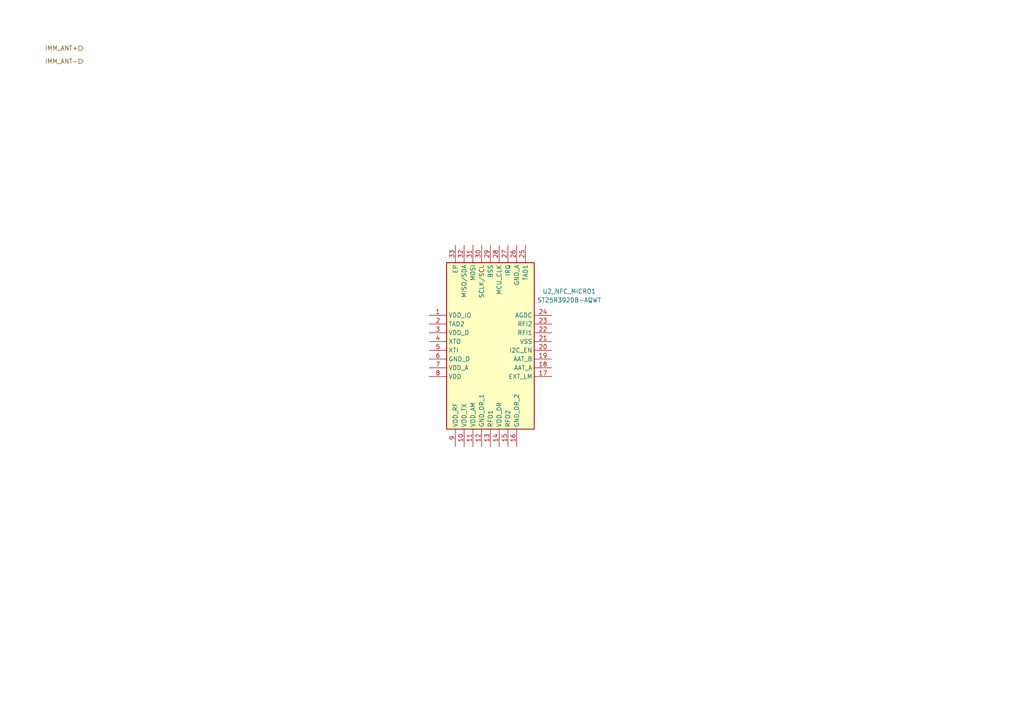
<source format=kicad_sch>
(kicad_sch (version 20230121) (generator eeschema)

  (uuid 14b887f5-3853-4d29-9932-69e04059978f)

  (paper "A4")

  (lib_symbols
    (symbol "ST_NFC_Micro:ST25R3920B-AQWT" (in_bom yes) (on_board yes)
      (property "Reference" "IC" (at 31.75 20.32 0)
        (effects (font (size 1.27 1.27)) (justify left top))
      )
      (property "Value" "ST25R3920B-AQWT" (at 31.75 17.78 0)
        (effects (font (size 1.27 1.27)) (justify left top))
      )
      (property "Footprint" "ST25R3920BAQWT" (at 31.75 -82.22 0)
        (effects (font (size 1.27 1.27)) (justify left top) hide)
      )
      (property "Datasheet" "https://www.st.com/resource/en/datasheet/st25r3920b.pdf" (at 31.75 -182.22 0)
        (effects (font (size 1.27 1.27)) (justify left top) hide)
      )
      (property "Height" "1" (at 31.75 -382.22 0)
        (effects (font (size 1.27 1.27)) (justify left top) hide)
      )
      (property "Manufacturer_Name" "STMicroelectronics" (at 31.75 -482.22 0)
        (effects (font (size 1.27 1.27)) (justify left top) hide)
      )
      (property "Manufacturer_Part_Number" "ST25R3920B-AQWT" (at 31.75 -582.22 0)
        (effects (font (size 1.27 1.27)) (justify left top) hide)
      )
      (property "Mouser Part Number" "511-ST25R3920B-AQWT" (at 31.75 -682.22 0)
        (effects (font (size 1.27 1.27)) (justify left top) hide)
      )
      (property "Mouser Price/Stock" "https://www.mouser.co.uk/ProductDetail/STMicroelectronics/ST25R3920B-AQWT?qs=Znm5pLBrcAIW5ae40w%2FpxQ%3D%3D" (at 31.75 -782.22 0)
        (effects (font (size 1.27 1.27)) (justify left top) hide)
      )
      (property "Arrow Part Number" "ST25R3920B-AQWT" (at 31.75 -882.22 0)
        (effects (font (size 1.27 1.27)) (justify left top) hide)
      )
      (property "Arrow Price/Stock" "https://www.arrow.com/en/products/st25r3920b-aqwt/stmicroelectronics?region=nac" (at 31.75 -982.22 0)
        (effects (font (size 1.27 1.27)) (justify left top) hide)
      )
      (property "ki_description" "Automotive high performance NFC reader for CCC digital key and car center console" (at 0 0 0)
        (effects (font (size 1.27 1.27)) hide)
      )
      (symbol "ST25R3920B-AQWT_1_1"
        (rectangle (start 5.08 15.24) (end 30.48 -33.02)
          (stroke (width 0.254) (type default))
          (fill (type background))
        )
        (pin passive line (at 0 0 0) (length 5.08)
          (name "VDD_IO" (effects (font (size 1.27 1.27))))
          (number "1" (effects (font (size 1.27 1.27))))
        )
        (pin passive line (at 10.16 -38.1 90) (length 5.08)
          (name "VDD_TX" (effects (font (size 1.27 1.27))))
          (number "10" (effects (font (size 1.27 1.27))))
        )
        (pin passive line (at 12.7 -38.1 90) (length 5.08)
          (name "VDD_AM" (effects (font (size 1.27 1.27))))
          (number "11" (effects (font (size 1.27 1.27))))
        )
        (pin passive line (at 15.24 -38.1 90) (length 5.08)
          (name "GND_DR_1" (effects (font (size 1.27 1.27))))
          (number "12" (effects (font (size 1.27 1.27))))
        )
        (pin passive line (at 17.78 -38.1 90) (length 5.08)
          (name "RFO1" (effects (font (size 1.27 1.27))))
          (number "13" (effects (font (size 1.27 1.27))))
        )
        (pin passive line (at 20.32 -38.1 90) (length 5.08)
          (name "VDD_DR" (effects (font (size 1.27 1.27))))
          (number "14" (effects (font (size 1.27 1.27))))
        )
        (pin passive line (at 22.86 -38.1 90) (length 5.08)
          (name "RFO2" (effects (font (size 1.27 1.27))))
          (number "15" (effects (font (size 1.27 1.27))))
        )
        (pin passive line (at 25.4 -38.1 90) (length 5.08)
          (name "GND_DR_2" (effects (font (size 1.27 1.27))))
          (number "16" (effects (font (size 1.27 1.27))))
        )
        (pin passive line (at 35.56 -17.78 180) (length 5.08)
          (name "EXT_LM" (effects (font (size 1.27 1.27))))
          (number "17" (effects (font (size 1.27 1.27))))
        )
        (pin passive line (at 35.56 -15.24 180) (length 5.08)
          (name "AAT_A" (effects (font (size 1.27 1.27))))
          (number "18" (effects (font (size 1.27 1.27))))
        )
        (pin passive line (at 35.56 -12.7 180) (length 5.08)
          (name "AAT_B" (effects (font (size 1.27 1.27))))
          (number "19" (effects (font (size 1.27 1.27))))
        )
        (pin passive line (at 0 -2.54 0) (length 5.08)
          (name "TAD2" (effects (font (size 1.27 1.27))))
          (number "2" (effects (font (size 1.27 1.27))))
        )
        (pin passive line (at 35.56 -10.16 180) (length 5.08)
          (name "I2C_EN" (effects (font (size 1.27 1.27))))
          (number "20" (effects (font (size 1.27 1.27))))
        )
        (pin passive line (at 35.56 -7.62 180) (length 5.08)
          (name "VSS" (effects (font (size 1.27 1.27))))
          (number "21" (effects (font (size 1.27 1.27))))
        )
        (pin passive line (at 35.56 -5.08 180) (length 5.08)
          (name "RFI1" (effects (font (size 1.27 1.27))))
          (number "22" (effects (font (size 1.27 1.27))))
        )
        (pin passive line (at 35.56 -2.54 180) (length 5.08)
          (name "RFI2" (effects (font (size 1.27 1.27))))
          (number "23" (effects (font (size 1.27 1.27))))
        )
        (pin passive line (at 35.56 0 180) (length 5.08)
          (name "AGDC" (effects (font (size 1.27 1.27))))
          (number "24" (effects (font (size 1.27 1.27))))
        )
        (pin passive line (at 27.94 20.32 270) (length 5.08)
          (name "TAD1" (effects (font (size 1.27 1.27))))
          (number "25" (effects (font (size 1.27 1.27))))
        )
        (pin passive line (at 25.4 20.32 270) (length 5.08)
          (name "GND_A" (effects (font (size 1.27 1.27))))
          (number "26" (effects (font (size 1.27 1.27))))
        )
        (pin passive line (at 22.86 20.32 270) (length 5.08)
          (name "IRQ" (effects (font (size 1.27 1.27))))
          (number "27" (effects (font (size 1.27 1.27))))
        )
        (pin passive line (at 20.32 20.32 270) (length 5.08)
          (name "MCU_CLK" (effects (font (size 1.27 1.27))))
          (number "28" (effects (font (size 1.27 1.27))))
        )
        (pin passive line (at 17.78 20.32 270) (length 5.08)
          (name "BSS" (effects (font (size 1.27 1.27))))
          (number "29" (effects (font (size 1.27 1.27))))
        )
        (pin passive line (at 0 -5.08 0) (length 5.08)
          (name "VDD_D" (effects (font (size 1.27 1.27))))
          (number "3" (effects (font (size 1.27 1.27))))
        )
        (pin passive line (at 15.24 20.32 270) (length 5.08)
          (name "SCLK/SCL" (effects (font (size 1.27 1.27))))
          (number "30" (effects (font (size 1.27 1.27))))
        )
        (pin passive line (at 12.7 20.32 270) (length 5.08)
          (name "MOSI" (effects (font (size 1.27 1.27))))
          (number "31" (effects (font (size 1.27 1.27))))
        )
        (pin passive line (at 10.16 20.32 270) (length 5.08)
          (name "MISO/SDA" (effects (font (size 1.27 1.27))))
          (number "32" (effects (font (size 1.27 1.27))))
        )
        (pin passive line (at 7.62 20.32 270) (length 5.08)
          (name "EP" (effects (font (size 1.27 1.27))))
          (number "33" (effects (font (size 1.27 1.27))))
        )
        (pin passive line (at 0 -7.62 0) (length 5.08)
          (name "XTO" (effects (font (size 1.27 1.27))))
          (number "4" (effects (font (size 1.27 1.27))))
        )
        (pin passive line (at 0 -10.16 0) (length 5.08)
          (name "XTI" (effects (font (size 1.27 1.27))))
          (number "5" (effects (font (size 1.27 1.27))))
        )
        (pin passive line (at 0 -12.7 0) (length 5.08)
          (name "GND_D" (effects (font (size 1.27 1.27))))
          (number "6" (effects (font (size 1.27 1.27))))
        )
        (pin passive line (at 0 -15.24 0) (length 5.08)
          (name "VDD_A" (effects (font (size 1.27 1.27))))
          (number "7" (effects (font (size 1.27 1.27))))
        )
        (pin passive line (at 0 -17.78 0) (length 5.08)
          (name "VDD" (effects (font (size 1.27 1.27))))
          (number "8" (effects (font (size 1.27 1.27))))
        )
        (pin passive line (at 7.62 -38.1 90) (length 5.08)
          (name "VDD_RF" (effects (font (size 1.27 1.27))))
          (number "9" (effects (font (size 1.27 1.27))))
        )
      )
    )
  )


  (hierarchical_label "IMM_ANT-" (shape input) (at 24.13 17.78 180) (fields_autoplaced)
    (effects (font (size 1.27 1.27)) (justify right))
    (uuid 2451b916-69f6-4661-9fe0-57d94104cb8a)
  )
  (hierarchical_label "IMM_ANT+" (shape input) (at 24.13 13.97 180) (fields_autoplaced)
    (effects (font (size 1.27 1.27)) (justify right))
    (uuid fa396437-e8b4-4b7f-846b-4c4d5dd638d5)
  )

  (symbol (lib_id "ST_NFC_Micro:ST25R3920B-AQWT") (at 124.46 91.44 0) (unit 1)
    (in_bom yes) (on_board yes) (dnp no) (fields_autoplaced)
    (uuid da10ab04-3e48-4512-9b62-add570be492b)
    (property "Reference" "U2_NFC_MICRO1" (at 165.1 84.5119 0)
      (effects (font (size 1.27 1.27)))
    )
    (property "Value" "ST25R3920B-AQWT" (at 165.1 87.0519 0)
      (effects (font (size 1.27 1.27)))
    )
    (property "Footprint" "ST25R3920BAQWT" (at 156.21 173.66 0)
      (effects (font (size 1.27 1.27)) (justify left top) hide)
    )
    (property "Datasheet" "https://www.st.com/resource/en/datasheet/st25r3920b.pdf" (at 156.21 273.66 0)
      (effects (font (size 1.27 1.27)) (justify left top) hide)
    )
    (property "Height" "1" (at 156.21 473.66 0)
      (effects (font (size 1.27 1.27)) (justify left top) hide)
    )
    (property "Manufacturer_Name" "STMicroelectronics" (at 156.21 573.66 0)
      (effects (font (size 1.27 1.27)) (justify left top) hide)
    )
    (property "Manufacturer_Part_Number" "ST25R3920B-AQWT" (at 156.21 673.66 0)
      (effects (font (size 1.27 1.27)) (justify left top) hide)
    )
    (property "Mouser Part Number" "511-ST25R3920B-AQWT" (at 156.21 773.66 0)
      (effects (font (size 1.27 1.27)) (justify left top) hide)
    )
    (property "Mouser Price/Stock" "https://www.mouser.co.uk/ProductDetail/STMicroelectronics/ST25R3920B-AQWT?qs=Znm5pLBrcAIW5ae40w%2FpxQ%3D%3D" (at 156.21 873.66 0)
      (effects (font (size 1.27 1.27)) (justify left top) hide)
    )
    (property "Arrow Part Number" "ST25R3920B-AQWT" (at 156.21 973.66 0)
      (effects (font (size 1.27 1.27)) (justify left top) hide)
    )
    (property "Arrow Price/Stock" "https://www.arrow.com/en/products/st25r3920b-aqwt/stmicroelectronics?region=nac" (at 156.21 1073.66 0)
      (effects (font (size 1.27 1.27)) (justify left top) hide)
    )
    (pin "1" (uuid af74de84-2724-4e60-a3ac-a8d2faeeb54d))
    (pin "10" (uuid ccff10f2-0deb-41a6-b1fc-47ea2c099845))
    (pin "11" (uuid 9cdd5ab0-c73b-4686-9ca5-a1f9f3a65519))
    (pin "12" (uuid 825dbe7e-4236-4f03-a2fd-7a0c649d991e))
    (pin "13" (uuid b6917264-61a3-4465-9486-17f09d5f41d7))
    (pin "14" (uuid 3902b546-07e9-4c91-b11d-15e4bb0ff4d9))
    (pin "15" (uuid a2ad1b80-bb2a-4806-8c0d-5511d6805155))
    (pin "16" (uuid b8c40957-dcec-4cbe-a19c-2de3e7adddb1))
    (pin "17" (uuid 61b36b37-3c03-45e1-a7c3-07103919e8a2))
    (pin "18" (uuid e2434921-178d-4c5d-8907-79072478ec73))
    (pin "19" (uuid a9760ee5-a91a-4202-8088-e06a87719b2a))
    (pin "2" (uuid c9023cc6-8385-414f-af4c-9659d825c420))
    (pin "20" (uuid 95b741ba-3582-422b-b7a8-8f62a5ada9fc))
    (pin "21" (uuid c57f05c5-b144-4f15-9b2c-6f96636253a3))
    (pin "22" (uuid c4d5389d-1137-4e7a-a5a6-f9a39609e1c8))
    (pin "23" (uuid b4838683-270c-49da-a978-bffc4e2d8fc3))
    (pin "24" (uuid 545db09a-4f9c-469a-98c4-36a86624f60c))
    (pin "25" (uuid 4ca5668c-914a-4d8f-86d2-1ffe1fd75f13))
    (pin "26" (uuid 00d7e681-8c2a-4069-a344-37e1a40336d2))
    (pin "27" (uuid d0c14171-0c67-42ca-9760-73430fc5abf6))
    (pin "28" (uuid 3979de74-7abe-4684-b163-c6cffef235f2))
    (pin "29" (uuid 28358bd5-96e2-446a-af83-9d8913b46b6e))
    (pin "3" (uuid 503e942b-f7eb-49b1-b402-16cea839f675))
    (pin "30" (uuid 067a7439-0c82-4e41-bf42-3fa02ce677ef))
    (pin "31" (uuid f22f2d5d-5eb3-45d0-8ce9-ee5318e058d8))
    (pin "32" (uuid 83844f32-6ade-4444-9b29-89e25429424e))
    (pin "33" (uuid b5a2f522-cfad-40aa-be4c-105ef89cb6f9))
    (pin "4" (uuid 6791e138-9c9b-4a79-a9fe-e23a9240b356))
    (pin "5" (uuid 32b61a1e-83bd-463d-ad39-7716991699c8))
    (pin "6" (uuid c6f5d0a5-42c6-45f9-925d-504c305cc810))
    (pin "7" (uuid e805d36f-c3f2-49dc-8b91-f5cbf604d85f))
    (pin "8" (uuid 39faacab-f77b-4b1d-91d5-c16668d6cf6b))
    (pin "9" (uuid 3a33a798-b200-4b61-be2e-a36ef8acc77f))
    (instances
      (project "2005FXT_NexusR3_Conversion_PCB_V1.1"
        (path "/ea3549a9-7b14-48bf-b599-368d22998d02/9ca96870-5383-483f-aebc-977317361bf2"
          (reference "U2_NFC_MICRO1") (unit 1)
        )
      )
    )
  )
)

</source>
